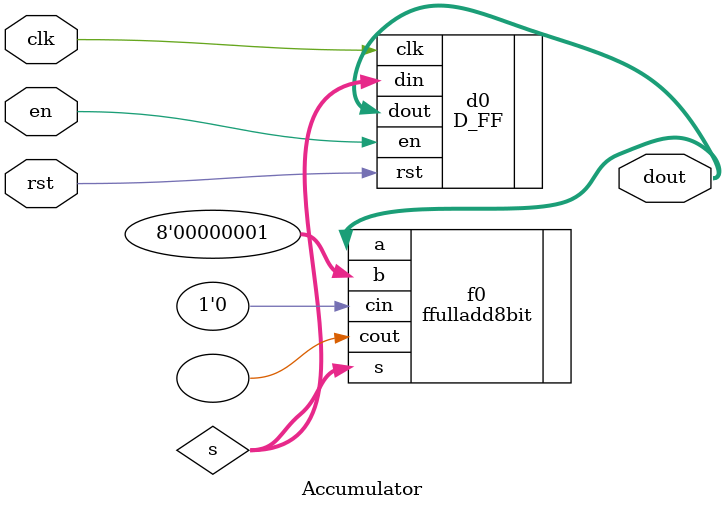
<source format=v>
module Accumulator(clk, en, rst, dout);

input clk, en, rst;
output [7:0]dout;

wire [7:0]s;

ffulladd8bit f0(.cin(1'b0),.a(dout),.b(8'b1),.s(s),.cout());
D_FF d0(.din(s),.rst(rst),.en(en),.clk(clk),.dout(dout));

endmodule



</source>
